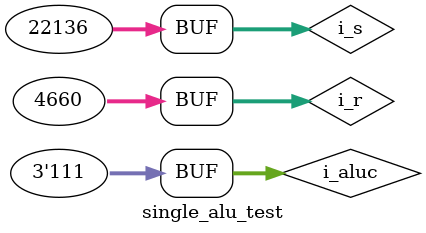
<source format=v>
`timescale 1ns / 1ps


module single_alu_test;

	// Inputs
	reg [31:0] i_r;
	reg [31:0] i_s;
	reg [2:0] i_aluc;

	// Outputs
	wire o_zf;
	wire [31:0] o_alu;

	// Instantiate the Unit Under Test (UUT)
	single_alu uut (
		.i_r(i_r), 
		.i_s(i_s), 
		.i_aluc(i_aluc), 
		.o_zf(o_zf), 
		.o_alu(o_alu)
	);

	initial begin
		// Initialize Inputs
		i_r = 0;
		i_s = 0;
		i_aluc = 0;

		// Wait 100 ns for global reset to finish
		#100;
        
		// Add stimulus here
		i_r = 32'h1234;
		i_s = 32'h5678;
		i_aluc = 0;
		#100;
		
		i_r = 32'h1234;
		i_s = 32'h5678;
		i_aluc = 1;
		#100;
		
		i_r = 32'h1234;
		i_s = 32'h5678;
		i_aluc = 2;
		#100;
		
		i_r = 32'h1234;
		i_s = 32'h5678;
		i_aluc = 3;
		#100;
		
		i_r = 32'h1234;
		i_s = 32'h5678;
		i_aluc = 4;
		#100;
		
		i_r = 32'h1234;
		i_s = 32'h5678;
		i_aluc = 5;
		#100;
		
		i_r = 32'h1234;
		i_s = 32'h5678;
		i_aluc = 6;
		#100;
		
		i_r = 32'h1234;
		i_s = 32'h5678;
		i_aluc = 7;
		#100;
		
		#100;
	end
      
endmodule


</source>
